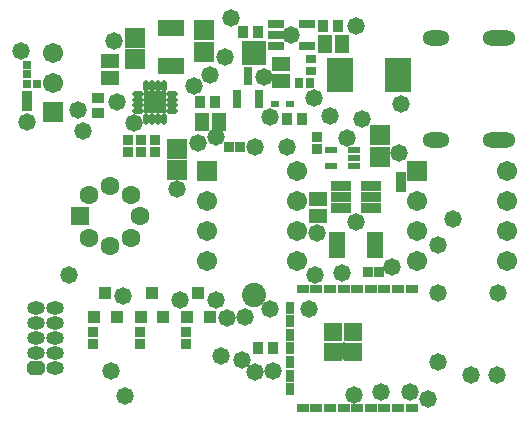
<source format=gts>
G04*
G04 #@! TF.GenerationSoftware,Altium Limited,CircuitMaker,2.2.1 (2.2.1.6)*
G04*
G04 Layer_Color=20142*
%FSAX24Y24*%
%MOIN*%
G70*
G04*
G04 #@! TF.SameCoordinates,15A7914E-F671-45A4-99F6-4AAA3CFDCD00*
G04*
G04*
G04 #@! TF.FilePolarity,Negative*
G04*
G01*
G75*
%ADD46R,0.0375X0.0415*%
%ADD47R,0.0256X0.0394*%
%ADD48R,0.0394X0.0256*%
%ADD49R,0.0630X0.0630*%
%ADD50O,0.0395X0.0178*%
%ADD51O,0.0178X0.0395*%
%ADD52R,0.0730X0.0730*%
%ADD53R,0.0257X0.0257*%
%ADD54R,0.0611X0.0493*%
%ADD55R,0.0336X0.0356*%
%ADD56R,0.0690X0.0690*%
%ADD57R,0.0867X0.0552*%
%ADD58R,0.0316X0.0631*%
%ADD59R,0.0269X0.0237*%
%ADD60R,0.0308X0.0324*%
%ADD61R,0.0324X0.0308*%
%ADD62R,0.0552X0.0296*%
%ADD63R,0.0867X0.1182*%
%ADD64R,0.0257X0.0257*%
%ADD65R,0.0324X0.0324*%
%ADD66R,0.0493X0.0611*%
%ADD67R,0.0415X0.0375*%
%ADD68R,0.0395X0.0434*%
%ADD69R,0.0324X0.0324*%
%ADD70R,0.0552X0.0867*%
%ADD71R,0.0336X0.0336*%
%ADD72R,0.0710X0.0336*%
%ADD73R,0.0415X0.0237*%
%ADD74C,0.0808*%
%ADD75R,0.0808X0.0808*%
%ADD76R,0.0631X0.0631*%
%ADD77C,0.0631*%
G04:AMPARAMS|DCode=78|XSize=43.4mil|YSize=59.1mil|CornerRadius=0mil|HoleSize=0mil|Usage=FLASHONLY|Rotation=270.000|XOffset=0mil|YOffset=0mil|HoleType=Round|Shape=Octagon|*
%AMOCTAGOND78*
4,1,8,0.0296,0.0108,0.0296,-0.0108,0.0187,-0.0217,-0.0187,-0.0217,-0.0296,-0.0108,-0.0296,0.0108,-0.0187,0.0217,0.0187,0.0217,0.0296,0.0108,0.0*
%
%ADD78OCTAGOND78*%

%ADD79O,0.0591X0.0434*%
%ADD80C,0.0671*%
%ADD81R,0.0671X0.0671*%
%ADD82R,0.0671X0.0671*%
%ADD83O,0.0907X0.0513*%
%ADD84O,0.1104X0.0513*%
%ADD85C,0.0580*%
%ADD86C,0.0277*%
D46*
X026554Y021000D02*
D03*
X027046D02*
D03*
X023654Y021550D02*
D03*
X024146D02*
D03*
X025596Y023900D02*
D03*
X025104D02*
D03*
X027754Y024100D02*
D03*
X028246D02*
D03*
X026096Y013350D02*
D03*
X025604D02*
D03*
D47*
X026650D02*
D03*
Y011992D02*
D03*
Y012897D02*
D03*
Y012444D02*
D03*
Y013803D02*
D03*
Y014256D02*
D03*
Y014708D02*
D03*
D48*
X029800Y011362D02*
D03*
X030253D02*
D03*
X030706D02*
D03*
X028442D02*
D03*
X027989D02*
D03*
X027536D02*
D03*
X027083D02*
D03*
X029347D02*
D03*
X028894D02*
D03*
X029800Y015338D02*
D03*
X030253D02*
D03*
X028894D02*
D03*
X028442D02*
D03*
X027989D02*
D03*
X027536D02*
D03*
X027083D02*
D03*
X029347D02*
D03*
X030706D02*
D03*
D49*
X028767Y013246D02*
D03*
Y013915D02*
D03*
X028097Y013246D02*
D03*
Y013915D02*
D03*
D50*
X021589Y021845D02*
D03*
Y021648D02*
D03*
Y021452D02*
D03*
Y021255D02*
D03*
X022711D02*
D03*
Y021452D02*
D03*
Y021648D02*
D03*
Y021845D02*
D03*
D51*
X021855Y020989D02*
D03*
X022052D02*
D03*
X022248D02*
D03*
X022445D02*
D03*
Y022111D02*
D03*
X022248D02*
D03*
X022052D02*
D03*
X021855D02*
D03*
D52*
X022150Y021550D02*
D03*
D53*
X018207Y022150D02*
D03*
X017893D02*
D03*
D54*
X020650Y022365D02*
D03*
Y022935D02*
D03*
X026350Y022265D02*
D03*
Y022835D02*
D03*
X027600Y017765D02*
D03*
Y018335D02*
D03*
D55*
X021250Y019913D02*
D03*
Y020287D02*
D03*
X022150D02*
D03*
Y019913D02*
D03*
X021700D02*
D03*
Y020287D02*
D03*
X020100Y013887D02*
D03*
Y013513D02*
D03*
X021650D02*
D03*
Y013887D02*
D03*
X023200Y013513D02*
D03*
Y013887D02*
D03*
D56*
X022900Y020014D02*
D03*
Y019286D02*
D03*
X021500Y022986D02*
D03*
Y023714D02*
D03*
X023800Y023236D02*
D03*
Y023964D02*
D03*
X029650Y019736D02*
D03*
Y020464D02*
D03*
D57*
X022700Y024030D02*
D03*
Y022770D02*
D03*
D58*
X025250Y022424D02*
D03*
X025624Y021676D02*
D03*
X024876D02*
D03*
D59*
X026660Y021500D02*
D03*
X026140D02*
D03*
D60*
X027335Y022200D02*
D03*
X026965D02*
D03*
D61*
X027350Y022985D02*
D03*
Y022615D02*
D03*
D62*
X027212Y024174D02*
D03*
Y023426D02*
D03*
X026188D02*
D03*
Y023800D02*
D03*
Y024174D02*
D03*
D63*
X028335Y022450D02*
D03*
X030265D02*
D03*
D64*
X017900Y022493D02*
D03*
Y022807D02*
D03*
D65*
Y021419D02*
D03*
Y021781D02*
D03*
X030350Y019081D02*
D03*
Y018719D02*
D03*
D66*
X024285Y020900D02*
D03*
X023715D02*
D03*
X028385Y023500D02*
D03*
X027815D02*
D03*
D67*
X020250Y021696D02*
D03*
Y021204D02*
D03*
D68*
X020500Y015194D02*
D03*
X020874Y014406D02*
D03*
X020126D02*
D03*
X021676D02*
D03*
X022424D02*
D03*
X022050Y015194D02*
D03*
X023226Y014406D02*
D03*
X023974D02*
D03*
X023600Y015194D02*
D03*
D69*
X029631Y015900D02*
D03*
X029269D02*
D03*
X024619Y020050D02*
D03*
X024981D02*
D03*
D70*
X028220Y016800D02*
D03*
X029480D02*
D03*
D71*
X027550Y020397D02*
D03*
Y020003D02*
D03*
D72*
X028358Y018026D02*
D03*
Y018400D02*
D03*
Y018774D02*
D03*
X029342D02*
D03*
Y018400D02*
D03*
Y018026D02*
D03*
D73*
X028026Y019444D02*
D03*
Y019956D02*
D03*
X028774D02*
D03*
Y019700D02*
D03*
Y019444D02*
D03*
D74*
X025450Y015117D02*
D03*
D75*
Y023183D02*
D03*
D76*
X019650Y017750D02*
D03*
D77*
X019943Y017043D02*
D03*
X020650Y016750D02*
D03*
X021357Y017043D02*
D03*
X021650Y017750D02*
D03*
X021357Y018457D02*
D03*
X020650Y018750D02*
D03*
X019943Y018457D02*
D03*
D78*
X018180Y012700D02*
D03*
D79*
X018820D02*
D03*
X018180Y013200D02*
D03*
X018820D02*
D03*
X018180Y013700D02*
D03*
X018820D02*
D03*
X018180Y014200D02*
D03*
X018820D02*
D03*
X018180Y014700D02*
D03*
X018820D02*
D03*
D80*
X018750Y023184D02*
D03*
Y022200D02*
D03*
X026900Y016250D02*
D03*
Y017250D02*
D03*
Y018250D02*
D03*
Y019250D02*
D03*
X023900Y016250D02*
D03*
Y017250D02*
D03*
Y018250D02*
D03*
X030900D02*
D03*
Y017250D02*
D03*
Y016250D02*
D03*
X033900Y019250D02*
D03*
Y018250D02*
D03*
Y017250D02*
D03*
Y016250D02*
D03*
D81*
X018750Y021216D02*
D03*
D82*
X023900Y019250D02*
D03*
X030900D02*
D03*
D83*
X031520Y023701D02*
D03*
Y020299D02*
D03*
D84*
X033630Y023701D02*
D03*
Y020299D02*
D03*
D85*
X019600Y021300D02*
D03*
X020800Y023600D02*
D03*
X027500Y015800D02*
D03*
X028450Y013250D02*
D03*
X030300Y019850D02*
D03*
X030050Y016050D02*
D03*
X029700Y011900D02*
D03*
X024350Y013100D02*
D03*
X024550Y014350D02*
D03*
X024200Y014950D02*
D03*
X033600Y015200D02*
D03*
X028550Y020350D02*
D03*
X028000Y021100D02*
D03*
X024200Y020400D02*
D03*
X028850Y017550D02*
D03*
X025500Y020050D02*
D03*
X027550Y017200D02*
D03*
X029050Y021000D02*
D03*
X031600Y015200D02*
D03*
X030650Y011900D02*
D03*
X023000Y014950D02*
D03*
X021100Y015100D02*
D03*
X022900Y018650D02*
D03*
X025800Y022400D02*
D03*
X026700Y023800D02*
D03*
X028850Y024100D02*
D03*
X017700Y023250D02*
D03*
X017900Y020900D02*
D03*
X030265Y022450D02*
D03*
X032074Y017676D02*
D03*
X031600Y016800D02*
D03*
X019300Y015810D02*
D03*
X028400Y015850D02*
D03*
X020700Y012600D02*
D03*
X025050Y012950D02*
D03*
X025500Y012550D02*
D03*
X026100Y012600D02*
D03*
X030350Y021500D02*
D03*
X027300Y014650D02*
D03*
X025150Y014407D02*
D03*
X026000Y014650D02*
D03*
X028800Y011800D02*
D03*
X021150Y011750D02*
D03*
X031250Y011650D02*
D03*
X032700Y012450D02*
D03*
X031600Y012900D02*
D03*
X033550Y012450D02*
D03*
X024700Y024350D02*
D03*
X024500Y023050D02*
D03*
X024000Y022450D02*
D03*
X023450Y022100D02*
D03*
X026550Y020050D02*
D03*
X019750Y020600D02*
D03*
X021450Y020850D02*
D03*
X020900Y021550D02*
D03*
X023600Y020200D02*
D03*
X026000Y021050D02*
D03*
X027450Y021700D02*
D03*
D86*
X022150Y021550D02*
D03*
M02*

</source>
